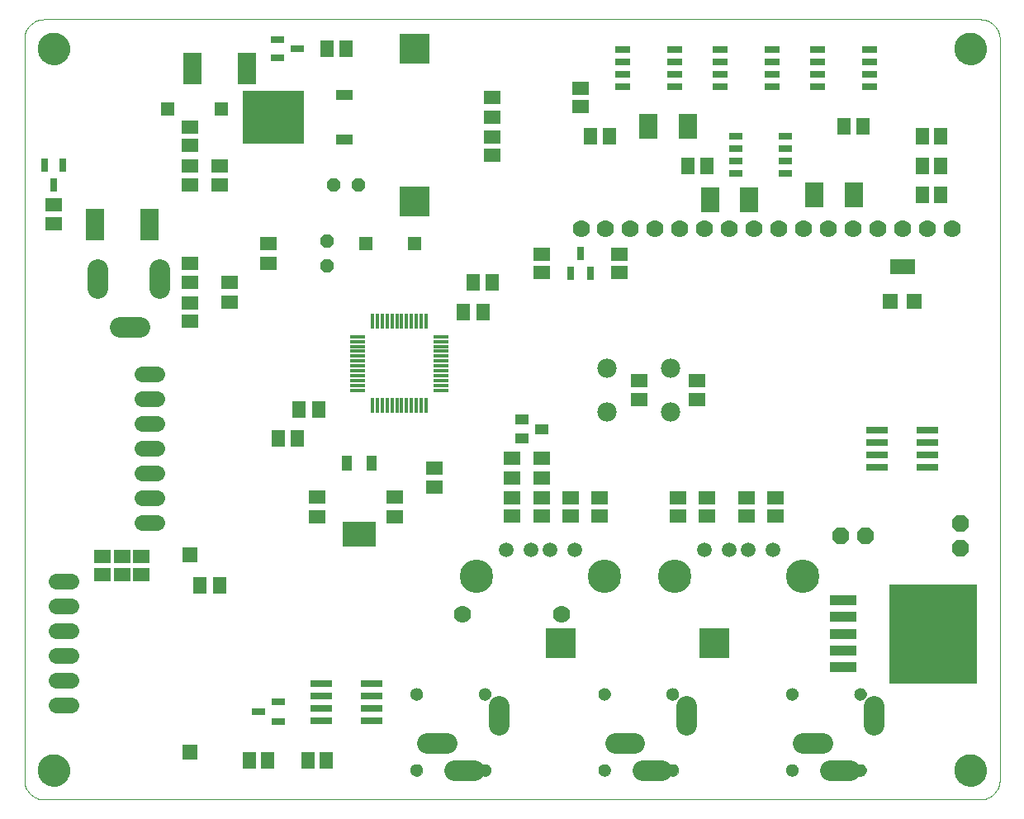
<source format=gts>
G75*
G70*
%OFA0B0*%
%FSLAX24Y24*%
%IPPOS*%
%LPD*%
%AMOC8*
5,1,8,0,0,1.08239X$1,22.5*
%
%ADD10C,0.0000*%
%ADD11C,0.1300*%
%ADD12C,0.0827*%
%ADD13C,0.0512*%
%ADD14C,0.1346*%
%ADD15C,0.0594*%
%ADD16R,0.0555X0.0555*%
%ADD17C,0.0700*%
%ADD18R,0.0138X0.0631*%
%ADD19R,0.0631X0.0138*%
%ADD20R,0.0749X0.1300*%
%ADD21R,0.0552X0.0670*%
%ADD22R,0.0749X0.0985*%
%ADD23OC8,0.0560*%
%ADD24R,0.0670X0.0552*%
%ADD25R,0.1220X0.1190*%
%ADD26R,0.0260X0.0560*%
%ADD27R,0.0560X0.0260*%
%ADD28R,0.0540X0.0290*%
%ADD29R,0.0640X0.0260*%
%ADD30R,0.2481X0.2166*%
%ADD31R,0.0670X0.0434*%
%ADD32R,0.0634X0.0634*%
%ADD33R,0.1379X0.1024*%
%ADD34R,0.0434X0.0631*%
%ADD35C,0.0640*%
%ADD36R,0.1100X0.0440*%
%ADD37R,0.3560X0.4040*%
%ADD38R,0.1190X0.1220*%
%ADD39R,0.0560X0.0430*%
%ADD40OC8,0.0670*%
%ADD41R,0.0906X0.0276*%
%ADD42R,0.0591X0.0591*%
%ADD43R,0.1024X0.0591*%
%ADD44C,0.0780*%
D10*
X005277Y004117D02*
X043073Y004117D01*
X043127Y004119D01*
X043180Y004124D01*
X043233Y004133D01*
X043285Y004146D01*
X043337Y004162D01*
X043387Y004182D01*
X043435Y004205D01*
X043482Y004232D01*
X043527Y004261D01*
X043570Y004294D01*
X043610Y004329D01*
X043648Y004367D01*
X043683Y004407D01*
X043716Y004450D01*
X043745Y004495D01*
X043772Y004542D01*
X043795Y004590D01*
X043815Y004640D01*
X043831Y004692D01*
X043844Y004744D01*
X043853Y004797D01*
X043858Y004850D01*
X043860Y004904D01*
X043860Y034826D01*
X043858Y034880D01*
X043853Y034933D01*
X043844Y034986D01*
X043831Y035038D01*
X043815Y035090D01*
X043795Y035140D01*
X043772Y035188D01*
X043745Y035235D01*
X043716Y035280D01*
X043683Y035323D01*
X043648Y035363D01*
X043610Y035401D01*
X043570Y035436D01*
X043527Y035469D01*
X043482Y035498D01*
X043435Y035525D01*
X043387Y035548D01*
X043337Y035568D01*
X043285Y035584D01*
X043233Y035597D01*
X043180Y035606D01*
X043127Y035611D01*
X043073Y035613D01*
X005277Y035613D01*
X005223Y035611D01*
X005170Y035606D01*
X005117Y035597D01*
X005065Y035584D01*
X005013Y035568D01*
X004963Y035548D01*
X004915Y035525D01*
X004868Y035498D01*
X004823Y035469D01*
X004780Y035436D01*
X004740Y035401D01*
X004702Y035363D01*
X004667Y035323D01*
X004634Y035280D01*
X004605Y035235D01*
X004578Y035188D01*
X004555Y035140D01*
X004535Y035090D01*
X004519Y035038D01*
X004506Y034986D01*
X004497Y034933D01*
X004492Y034880D01*
X004490Y034826D01*
X004490Y004904D01*
X004492Y004850D01*
X004497Y004797D01*
X004506Y004744D01*
X004519Y004692D01*
X004535Y004640D01*
X004555Y004590D01*
X004578Y004542D01*
X004605Y004495D01*
X004634Y004450D01*
X004667Y004407D01*
X004702Y004367D01*
X004740Y004329D01*
X004780Y004294D01*
X004823Y004261D01*
X004868Y004232D01*
X004915Y004205D01*
X004963Y004182D01*
X005013Y004162D01*
X005065Y004146D01*
X005117Y004133D01*
X005170Y004124D01*
X005223Y004119D01*
X005277Y004117D01*
X005041Y005298D02*
X005043Y005348D01*
X005049Y005398D01*
X005059Y005447D01*
X005073Y005495D01*
X005090Y005542D01*
X005111Y005587D01*
X005136Y005631D01*
X005164Y005672D01*
X005196Y005711D01*
X005230Y005748D01*
X005267Y005782D01*
X005307Y005812D01*
X005349Y005839D01*
X005393Y005863D01*
X005439Y005884D01*
X005486Y005900D01*
X005534Y005913D01*
X005584Y005922D01*
X005633Y005927D01*
X005684Y005928D01*
X005734Y005925D01*
X005783Y005918D01*
X005832Y005907D01*
X005880Y005892D01*
X005926Y005874D01*
X005971Y005852D01*
X006014Y005826D01*
X006055Y005797D01*
X006094Y005765D01*
X006130Y005730D01*
X006162Y005692D01*
X006192Y005652D01*
X006219Y005609D01*
X006242Y005565D01*
X006261Y005519D01*
X006277Y005471D01*
X006289Y005422D01*
X006297Y005373D01*
X006301Y005323D01*
X006301Y005273D01*
X006297Y005223D01*
X006289Y005174D01*
X006277Y005125D01*
X006261Y005077D01*
X006242Y005031D01*
X006219Y004987D01*
X006192Y004944D01*
X006162Y004904D01*
X006130Y004866D01*
X006094Y004831D01*
X006055Y004799D01*
X006014Y004770D01*
X005971Y004744D01*
X005926Y004722D01*
X005880Y004704D01*
X005832Y004689D01*
X005783Y004678D01*
X005734Y004671D01*
X005684Y004668D01*
X005633Y004669D01*
X005584Y004674D01*
X005534Y004683D01*
X005486Y004696D01*
X005439Y004712D01*
X005393Y004733D01*
X005349Y004757D01*
X005307Y004784D01*
X005267Y004814D01*
X005230Y004848D01*
X005196Y004885D01*
X005164Y004924D01*
X005136Y004965D01*
X005111Y005009D01*
X005090Y005054D01*
X005073Y005101D01*
X005059Y005149D01*
X005049Y005198D01*
X005043Y005248D01*
X005041Y005298D01*
X020083Y005306D02*
X020085Y005336D01*
X020091Y005366D01*
X020100Y005395D01*
X020113Y005422D01*
X020130Y005447D01*
X020149Y005470D01*
X020172Y005491D01*
X020197Y005508D01*
X020223Y005522D01*
X020252Y005532D01*
X020281Y005539D01*
X020311Y005542D01*
X020342Y005541D01*
X020372Y005536D01*
X020401Y005527D01*
X020428Y005515D01*
X020454Y005500D01*
X020478Y005481D01*
X020499Y005459D01*
X020517Y005435D01*
X020532Y005408D01*
X020543Y005380D01*
X020551Y005351D01*
X020555Y005321D01*
X020555Y005291D01*
X020551Y005261D01*
X020543Y005232D01*
X020532Y005204D01*
X020517Y005177D01*
X020499Y005153D01*
X020478Y005131D01*
X020454Y005112D01*
X020428Y005097D01*
X020401Y005085D01*
X020372Y005076D01*
X020342Y005071D01*
X020311Y005070D01*
X020281Y005073D01*
X020252Y005080D01*
X020223Y005090D01*
X020197Y005104D01*
X020172Y005121D01*
X020149Y005142D01*
X020130Y005165D01*
X020113Y005190D01*
X020100Y005217D01*
X020091Y005246D01*
X020085Y005276D01*
X020083Y005306D01*
X022839Y005306D02*
X022841Y005336D01*
X022847Y005366D01*
X022856Y005395D01*
X022869Y005422D01*
X022886Y005447D01*
X022905Y005470D01*
X022928Y005491D01*
X022953Y005508D01*
X022979Y005522D01*
X023008Y005532D01*
X023037Y005539D01*
X023067Y005542D01*
X023098Y005541D01*
X023128Y005536D01*
X023157Y005527D01*
X023184Y005515D01*
X023210Y005500D01*
X023234Y005481D01*
X023255Y005459D01*
X023273Y005435D01*
X023288Y005408D01*
X023299Y005380D01*
X023307Y005351D01*
X023311Y005321D01*
X023311Y005291D01*
X023307Y005261D01*
X023299Y005232D01*
X023288Y005204D01*
X023273Y005177D01*
X023255Y005153D01*
X023234Y005131D01*
X023210Y005112D01*
X023184Y005097D01*
X023157Y005085D01*
X023128Y005076D01*
X023098Y005071D01*
X023067Y005070D01*
X023037Y005073D01*
X023008Y005080D01*
X022979Y005090D01*
X022953Y005104D01*
X022928Y005121D01*
X022905Y005142D01*
X022886Y005165D01*
X022869Y005190D01*
X022856Y005217D01*
X022847Y005246D01*
X022841Y005276D01*
X022839Y005306D01*
X022839Y008377D02*
X022841Y008407D01*
X022847Y008437D01*
X022856Y008466D01*
X022869Y008493D01*
X022886Y008518D01*
X022905Y008541D01*
X022928Y008562D01*
X022953Y008579D01*
X022979Y008593D01*
X023008Y008603D01*
X023037Y008610D01*
X023067Y008613D01*
X023098Y008612D01*
X023128Y008607D01*
X023157Y008598D01*
X023184Y008586D01*
X023210Y008571D01*
X023234Y008552D01*
X023255Y008530D01*
X023273Y008506D01*
X023288Y008479D01*
X023299Y008451D01*
X023307Y008422D01*
X023311Y008392D01*
X023311Y008362D01*
X023307Y008332D01*
X023299Y008303D01*
X023288Y008275D01*
X023273Y008248D01*
X023255Y008224D01*
X023234Y008202D01*
X023210Y008183D01*
X023184Y008168D01*
X023157Y008156D01*
X023128Y008147D01*
X023098Y008142D01*
X023067Y008141D01*
X023037Y008144D01*
X023008Y008151D01*
X022979Y008161D01*
X022953Y008175D01*
X022928Y008192D01*
X022905Y008213D01*
X022886Y008236D01*
X022869Y008261D01*
X022856Y008288D01*
X022847Y008317D01*
X022841Y008347D01*
X022839Y008377D01*
X020083Y008377D02*
X020085Y008407D01*
X020091Y008437D01*
X020100Y008466D01*
X020113Y008493D01*
X020130Y008518D01*
X020149Y008541D01*
X020172Y008562D01*
X020197Y008579D01*
X020223Y008593D01*
X020252Y008603D01*
X020281Y008610D01*
X020311Y008613D01*
X020342Y008612D01*
X020372Y008607D01*
X020401Y008598D01*
X020428Y008586D01*
X020454Y008571D01*
X020478Y008552D01*
X020499Y008530D01*
X020517Y008506D01*
X020532Y008479D01*
X020543Y008451D01*
X020551Y008422D01*
X020555Y008392D01*
X020555Y008362D01*
X020551Y008332D01*
X020543Y008303D01*
X020532Y008275D01*
X020517Y008248D01*
X020499Y008224D01*
X020478Y008202D01*
X020454Y008183D01*
X020428Y008168D01*
X020401Y008156D01*
X020372Y008147D01*
X020342Y008142D01*
X020311Y008141D01*
X020281Y008144D01*
X020252Y008151D01*
X020223Y008161D01*
X020197Y008175D01*
X020172Y008192D01*
X020149Y008213D01*
X020130Y008236D01*
X020113Y008261D01*
X020100Y008288D01*
X020091Y008317D01*
X020085Y008347D01*
X020083Y008377D01*
X027658Y008377D02*
X027660Y008407D01*
X027666Y008437D01*
X027675Y008466D01*
X027688Y008493D01*
X027705Y008518D01*
X027724Y008541D01*
X027747Y008562D01*
X027772Y008579D01*
X027798Y008593D01*
X027827Y008603D01*
X027856Y008610D01*
X027886Y008613D01*
X027917Y008612D01*
X027947Y008607D01*
X027976Y008598D01*
X028003Y008586D01*
X028029Y008571D01*
X028053Y008552D01*
X028074Y008530D01*
X028092Y008506D01*
X028107Y008479D01*
X028118Y008451D01*
X028126Y008422D01*
X028130Y008392D01*
X028130Y008362D01*
X028126Y008332D01*
X028118Y008303D01*
X028107Y008275D01*
X028092Y008248D01*
X028074Y008224D01*
X028053Y008202D01*
X028029Y008183D01*
X028003Y008168D01*
X027976Y008156D01*
X027947Y008147D01*
X027917Y008142D01*
X027886Y008141D01*
X027856Y008144D01*
X027827Y008151D01*
X027798Y008161D01*
X027772Y008175D01*
X027747Y008192D01*
X027724Y008213D01*
X027705Y008236D01*
X027688Y008261D01*
X027675Y008288D01*
X027666Y008317D01*
X027660Y008347D01*
X027658Y008377D01*
X030413Y008377D02*
X030415Y008407D01*
X030421Y008437D01*
X030430Y008466D01*
X030443Y008493D01*
X030460Y008518D01*
X030479Y008541D01*
X030502Y008562D01*
X030527Y008579D01*
X030553Y008593D01*
X030582Y008603D01*
X030611Y008610D01*
X030641Y008613D01*
X030672Y008612D01*
X030702Y008607D01*
X030731Y008598D01*
X030758Y008586D01*
X030784Y008571D01*
X030808Y008552D01*
X030829Y008530D01*
X030847Y008506D01*
X030862Y008479D01*
X030873Y008451D01*
X030881Y008422D01*
X030885Y008392D01*
X030885Y008362D01*
X030881Y008332D01*
X030873Y008303D01*
X030862Y008275D01*
X030847Y008248D01*
X030829Y008224D01*
X030808Y008202D01*
X030784Y008183D01*
X030758Y008168D01*
X030731Y008156D01*
X030702Y008147D01*
X030672Y008142D01*
X030641Y008141D01*
X030611Y008144D01*
X030582Y008151D01*
X030553Y008161D01*
X030527Y008175D01*
X030502Y008192D01*
X030479Y008213D01*
X030460Y008236D01*
X030443Y008261D01*
X030430Y008288D01*
X030421Y008317D01*
X030415Y008347D01*
X030413Y008377D01*
X030413Y005306D02*
X030415Y005336D01*
X030421Y005366D01*
X030430Y005395D01*
X030443Y005422D01*
X030460Y005447D01*
X030479Y005470D01*
X030502Y005491D01*
X030527Y005508D01*
X030553Y005522D01*
X030582Y005532D01*
X030611Y005539D01*
X030641Y005542D01*
X030672Y005541D01*
X030702Y005536D01*
X030731Y005527D01*
X030758Y005515D01*
X030784Y005500D01*
X030808Y005481D01*
X030829Y005459D01*
X030847Y005435D01*
X030862Y005408D01*
X030873Y005380D01*
X030881Y005351D01*
X030885Y005321D01*
X030885Y005291D01*
X030881Y005261D01*
X030873Y005232D01*
X030862Y005204D01*
X030847Y005177D01*
X030829Y005153D01*
X030808Y005131D01*
X030784Y005112D01*
X030758Y005097D01*
X030731Y005085D01*
X030702Y005076D01*
X030672Y005071D01*
X030641Y005070D01*
X030611Y005073D01*
X030582Y005080D01*
X030553Y005090D01*
X030527Y005104D01*
X030502Y005121D01*
X030479Y005142D01*
X030460Y005165D01*
X030443Y005190D01*
X030430Y005217D01*
X030421Y005246D01*
X030415Y005276D01*
X030413Y005306D01*
X027658Y005306D02*
X027660Y005336D01*
X027666Y005366D01*
X027675Y005395D01*
X027688Y005422D01*
X027705Y005447D01*
X027724Y005470D01*
X027747Y005491D01*
X027772Y005508D01*
X027798Y005522D01*
X027827Y005532D01*
X027856Y005539D01*
X027886Y005542D01*
X027917Y005541D01*
X027947Y005536D01*
X027976Y005527D01*
X028003Y005515D01*
X028029Y005500D01*
X028053Y005481D01*
X028074Y005459D01*
X028092Y005435D01*
X028107Y005408D01*
X028118Y005380D01*
X028126Y005351D01*
X028130Y005321D01*
X028130Y005291D01*
X028126Y005261D01*
X028118Y005232D01*
X028107Y005204D01*
X028092Y005177D01*
X028074Y005153D01*
X028053Y005131D01*
X028029Y005112D01*
X028003Y005097D01*
X027976Y005085D01*
X027947Y005076D01*
X027917Y005071D01*
X027886Y005070D01*
X027856Y005073D01*
X027827Y005080D01*
X027798Y005090D01*
X027772Y005104D01*
X027747Y005121D01*
X027724Y005142D01*
X027705Y005165D01*
X027688Y005190D01*
X027675Y005217D01*
X027666Y005246D01*
X027660Y005276D01*
X027658Y005306D01*
X035232Y005306D02*
X035234Y005336D01*
X035240Y005366D01*
X035249Y005395D01*
X035262Y005422D01*
X035279Y005447D01*
X035298Y005470D01*
X035321Y005491D01*
X035346Y005508D01*
X035372Y005522D01*
X035401Y005532D01*
X035430Y005539D01*
X035460Y005542D01*
X035491Y005541D01*
X035521Y005536D01*
X035550Y005527D01*
X035577Y005515D01*
X035603Y005500D01*
X035627Y005481D01*
X035648Y005459D01*
X035666Y005435D01*
X035681Y005408D01*
X035692Y005380D01*
X035700Y005351D01*
X035704Y005321D01*
X035704Y005291D01*
X035700Y005261D01*
X035692Y005232D01*
X035681Y005204D01*
X035666Y005177D01*
X035648Y005153D01*
X035627Y005131D01*
X035603Y005112D01*
X035577Y005097D01*
X035550Y005085D01*
X035521Y005076D01*
X035491Y005071D01*
X035460Y005070D01*
X035430Y005073D01*
X035401Y005080D01*
X035372Y005090D01*
X035346Y005104D01*
X035321Y005121D01*
X035298Y005142D01*
X035279Y005165D01*
X035262Y005190D01*
X035249Y005217D01*
X035240Y005246D01*
X035234Y005276D01*
X035232Y005306D01*
X037988Y005306D02*
X037990Y005336D01*
X037996Y005366D01*
X038005Y005395D01*
X038018Y005422D01*
X038035Y005447D01*
X038054Y005470D01*
X038077Y005491D01*
X038102Y005508D01*
X038128Y005522D01*
X038157Y005532D01*
X038186Y005539D01*
X038216Y005542D01*
X038247Y005541D01*
X038277Y005536D01*
X038306Y005527D01*
X038333Y005515D01*
X038359Y005500D01*
X038383Y005481D01*
X038404Y005459D01*
X038422Y005435D01*
X038437Y005408D01*
X038448Y005380D01*
X038456Y005351D01*
X038460Y005321D01*
X038460Y005291D01*
X038456Y005261D01*
X038448Y005232D01*
X038437Y005204D01*
X038422Y005177D01*
X038404Y005153D01*
X038383Y005131D01*
X038359Y005112D01*
X038333Y005097D01*
X038306Y005085D01*
X038277Y005076D01*
X038247Y005071D01*
X038216Y005070D01*
X038186Y005073D01*
X038157Y005080D01*
X038128Y005090D01*
X038102Y005104D01*
X038077Y005121D01*
X038054Y005142D01*
X038035Y005165D01*
X038018Y005190D01*
X038005Y005217D01*
X037996Y005246D01*
X037990Y005276D01*
X037988Y005306D01*
X037988Y008377D02*
X037990Y008407D01*
X037996Y008437D01*
X038005Y008466D01*
X038018Y008493D01*
X038035Y008518D01*
X038054Y008541D01*
X038077Y008562D01*
X038102Y008579D01*
X038128Y008593D01*
X038157Y008603D01*
X038186Y008610D01*
X038216Y008613D01*
X038247Y008612D01*
X038277Y008607D01*
X038306Y008598D01*
X038333Y008586D01*
X038359Y008571D01*
X038383Y008552D01*
X038404Y008530D01*
X038422Y008506D01*
X038437Y008479D01*
X038448Y008451D01*
X038456Y008422D01*
X038460Y008392D01*
X038460Y008362D01*
X038456Y008332D01*
X038448Y008303D01*
X038437Y008275D01*
X038422Y008248D01*
X038404Y008224D01*
X038383Y008202D01*
X038359Y008183D01*
X038333Y008168D01*
X038306Y008156D01*
X038277Y008147D01*
X038247Y008142D01*
X038216Y008141D01*
X038186Y008144D01*
X038157Y008151D01*
X038128Y008161D01*
X038102Y008175D01*
X038077Y008192D01*
X038054Y008213D01*
X038035Y008236D01*
X038018Y008261D01*
X038005Y008288D01*
X037996Y008317D01*
X037990Y008347D01*
X037988Y008377D01*
X035232Y008377D02*
X035234Y008407D01*
X035240Y008437D01*
X035249Y008466D01*
X035262Y008493D01*
X035279Y008518D01*
X035298Y008541D01*
X035321Y008562D01*
X035346Y008579D01*
X035372Y008593D01*
X035401Y008603D01*
X035430Y008610D01*
X035460Y008613D01*
X035491Y008612D01*
X035521Y008607D01*
X035550Y008598D01*
X035577Y008586D01*
X035603Y008571D01*
X035627Y008552D01*
X035648Y008530D01*
X035666Y008506D01*
X035681Y008479D01*
X035692Y008451D01*
X035700Y008422D01*
X035704Y008392D01*
X035704Y008362D01*
X035700Y008332D01*
X035692Y008303D01*
X035681Y008275D01*
X035666Y008248D01*
X035648Y008224D01*
X035627Y008202D01*
X035603Y008183D01*
X035577Y008168D01*
X035550Y008156D01*
X035521Y008147D01*
X035491Y008142D01*
X035460Y008141D01*
X035430Y008144D01*
X035401Y008151D01*
X035372Y008161D01*
X035346Y008175D01*
X035321Y008192D01*
X035298Y008213D01*
X035279Y008236D01*
X035262Y008261D01*
X035249Y008288D01*
X035240Y008317D01*
X035234Y008347D01*
X035232Y008377D01*
X042049Y005298D02*
X042051Y005348D01*
X042057Y005398D01*
X042067Y005447D01*
X042081Y005495D01*
X042098Y005542D01*
X042119Y005587D01*
X042144Y005631D01*
X042172Y005672D01*
X042204Y005711D01*
X042238Y005748D01*
X042275Y005782D01*
X042315Y005812D01*
X042357Y005839D01*
X042401Y005863D01*
X042447Y005884D01*
X042494Y005900D01*
X042542Y005913D01*
X042592Y005922D01*
X042641Y005927D01*
X042692Y005928D01*
X042742Y005925D01*
X042791Y005918D01*
X042840Y005907D01*
X042888Y005892D01*
X042934Y005874D01*
X042979Y005852D01*
X043022Y005826D01*
X043063Y005797D01*
X043102Y005765D01*
X043138Y005730D01*
X043170Y005692D01*
X043200Y005652D01*
X043227Y005609D01*
X043250Y005565D01*
X043269Y005519D01*
X043285Y005471D01*
X043297Y005422D01*
X043305Y005373D01*
X043309Y005323D01*
X043309Y005273D01*
X043305Y005223D01*
X043297Y005174D01*
X043285Y005125D01*
X043269Y005077D01*
X043250Y005031D01*
X043227Y004987D01*
X043200Y004944D01*
X043170Y004904D01*
X043138Y004866D01*
X043102Y004831D01*
X043063Y004799D01*
X043022Y004770D01*
X042979Y004744D01*
X042934Y004722D01*
X042888Y004704D01*
X042840Y004689D01*
X042791Y004678D01*
X042742Y004671D01*
X042692Y004668D01*
X042641Y004669D01*
X042592Y004674D01*
X042542Y004683D01*
X042494Y004696D01*
X042447Y004712D01*
X042401Y004733D01*
X042357Y004757D01*
X042315Y004784D01*
X042275Y004814D01*
X042238Y004848D01*
X042204Y004885D01*
X042172Y004924D01*
X042144Y004965D01*
X042119Y005009D01*
X042098Y005054D01*
X042081Y005101D01*
X042067Y005149D01*
X042057Y005198D01*
X042051Y005248D01*
X042049Y005298D01*
X042049Y034432D02*
X042051Y034482D01*
X042057Y034532D01*
X042067Y034581D01*
X042081Y034629D01*
X042098Y034676D01*
X042119Y034721D01*
X042144Y034765D01*
X042172Y034806D01*
X042204Y034845D01*
X042238Y034882D01*
X042275Y034916D01*
X042315Y034946D01*
X042357Y034973D01*
X042401Y034997D01*
X042447Y035018D01*
X042494Y035034D01*
X042542Y035047D01*
X042592Y035056D01*
X042641Y035061D01*
X042692Y035062D01*
X042742Y035059D01*
X042791Y035052D01*
X042840Y035041D01*
X042888Y035026D01*
X042934Y035008D01*
X042979Y034986D01*
X043022Y034960D01*
X043063Y034931D01*
X043102Y034899D01*
X043138Y034864D01*
X043170Y034826D01*
X043200Y034786D01*
X043227Y034743D01*
X043250Y034699D01*
X043269Y034653D01*
X043285Y034605D01*
X043297Y034556D01*
X043305Y034507D01*
X043309Y034457D01*
X043309Y034407D01*
X043305Y034357D01*
X043297Y034308D01*
X043285Y034259D01*
X043269Y034211D01*
X043250Y034165D01*
X043227Y034121D01*
X043200Y034078D01*
X043170Y034038D01*
X043138Y034000D01*
X043102Y033965D01*
X043063Y033933D01*
X043022Y033904D01*
X042979Y033878D01*
X042934Y033856D01*
X042888Y033838D01*
X042840Y033823D01*
X042791Y033812D01*
X042742Y033805D01*
X042692Y033802D01*
X042641Y033803D01*
X042592Y033808D01*
X042542Y033817D01*
X042494Y033830D01*
X042447Y033846D01*
X042401Y033867D01*
X042357Y033891D01*
X042315Y033918D01*
X042275Y033948D01*
X042238Y033982D01*
X042204Y034019D01*
X042172Y034058D01*
X042144Y034099D01*
X042119Y034143D01*
X042098Y034188D01*
X042081Y034235D01*
X042067Y034283D01*
X042057Y034332D01*
X042051Y034382D01*
X042049Y034432D01*
X005041Y034432D02*
X005043Y034482D01*
X005049Y034532D01*
X005059Y034581D01*
X005073Y034629D01*
X005090Y034676D01*
X005111Y034721D01*
X005136Y034765D01*
X005164Y034806D01*
X005196Y034845D01*
X005230Y034882D01*
X005267Y034916D01*
X005307Y034946D01*
X005349Y034973D01*
X005393Y034997D01*
X005439Y035018D01*
X005486Y035034D01*
X005534Y035047D01*
X005584Y035056D01*
X005633Y035061D01*
X005684Y035062D01*
X005734Y035059D01*
X005783Y035052D01*
X005832Y035041D01*
X005880Y035026D01*
X005926Y035008D01*
X005971Y034986D01*
X006014Y034960D01*
X006055Y034931D01*
X006094Y034899D01*
X006130Y034864D01*
X006162Y034826D01*
X006192Y034786D01*
X006219Y034743D01*
X006242Y034699D01*
X006261Y034653D01*
X006277Y034605D01*
X006289Y034556D01*
X006297Y034507D01*
X006301Y034457D01*
X006301Y034407D01*
X006297Y034357D01*
X006289Y034308D01*
X006277Y034259D01*
X006261Y034211D01*
X006242Y034165D01*
X006219Y034121D01*
X006192Y034078D01*
X006162Y034038D01*
X006130Y034000D01*
X006094Y033965D01*
X006055Y033933D01*
X006014Y033904D01*
X005971Y033878D01*
X005926Y033856D01*
X005880Y033838D01*
X005832Y033823D01*
X005783Y033812D01*
X005734Y033805D01*
X005684Y033802D01*
X005633Y033803D01*
X005584Y033808D01*
X005534Y033817D01*
X005486Y033830D01*
X005439Y033846D01*
X005393Y033867D01*
X005349Y033891D01*
X005307Y033918D01*
X005267Y033948D01*
X005230Y033982D01*
X005196Y034019D01*
X005164Y034058D01*
X005136Y034099D01*
X005111Y034143D01*
X005090Y034188D01*
X005073Y034235D01*
X005059Y034283D01*
X005049Y034332D01*
X005043Y034382D01*
X005041Y034432D01*
D11*
X005671Y034432D03*
X042679Y034432D03*
X042679Y005298D03*
X005671Y005298D03*
D12*
X020752Y006408D02*
X021539Y006408D01*
X021854Y005306D02*
X022642Y005306D01*
X023626Y007117D02*
X023626Y007904D01*
X028327Y006408D02*
X029114Y006408D01*
X029429Y005306D02*
X030216Y005306D01*
X031201Y007117D02*
X031201Y007904D01*
X035901Y006408D02*
X036689Y006408D01*
X037004Y005306D02*
X037791Y005306D01*
X038775Y007117D02*
X038775Y007904D01*
X009923Y024755D02*
X009923Y025542D01*
X007443Y025542D02*
X007443Y024755D01*
X008348Y023180D02*
X009136Y023180D01*
D13*
X020319Y008377D03*
X023075Y008377D03*
X023075Y005306D03*
X020319Y005306D03*
X027894Y005306D03*
X030649Y005306D03*
X030649Y008377D03*
X027894Y008377D03*
X035468Y008377D03*
X038224Y008377D03*
X038224Y005306D03*
X035468Y005306D03*
D14*
X035906Y013142D03*
X030733Y013142D03*
X027910Y013142D03*
X022737Y013142D03*
D15*
X023945Y014209D03*
X024930Y014209D03*
X025717Y014209D03*
X026701Y014209D03*
X031941Y014209D03*
X032926Y014209D03*
X033713Y014209D03*
X034697Y014209D03*
D16*
X020238Y026558D03*
X018270Y026558D03*
X012427Y032007D03*
X010262Y032007D03*
D17*
X026966Y027149D03*
X027931Y027149D03*
X028931Y027149D03*
X029931Y027149D03*
X030931Y027149D03*
X031931Y027149D03*
X032931Y027149D03*
X033931Y027149D03*
X034931Y027149D03*
X035931Y027149D03*
X036931Y027149D03*
X037931Y027149D03*
X038931Y027149D03*
X039931Y027149D03*
X040931Y027149D03*
X041931Y027149D03*
X026175Y011597D03*
X022175Y011597D03*
D18*
X020707Y020030D03*
X020510Y020030D03*
X020313Y020030D03*
X020116Y020030D03*
X019919Y020030D03*
X019722Y020030D03*
X019525Y020030D03*
X019329Y020030D03*
X019132Y020030D03*
X018935Y020030D03*
X018738Y020030D03*
X018541Y020030D03*
X018541Y023416D03*
X018738Y023416D03*
X018935Y023416D03*
X019132Y023416D03*
X019329Y023416D03*
X019525Y023416D03*
X019722Y023416D03*
X019919Y023416D03*
X020116Y023416D03*
X020313Y023416D03*
X020510Y023416D03*
X020707Y023416D03*
D19*
X021317Y022806D03*
X021317Y022609D03*
X021317Y022412D03*
X021317Y022215D03*
X021317Y022019D03*
X021317Y021822D03*
X021317Y021625D03*
X021317Y021428D03*
X021317Y021231D03*
X021317Y021034D03*
X021317Y020837D03*
X021317Y020641D03*
X017931Y020641D03*
X017931Y020837D03*
X017931Y021034D03*
X017931Y021231D03*
X017931Y021428D03*
X017931Y021625D03*
X017931Y021822D03*
X017931Y022019D03*
X017931Y022215D03*
X017931Y022412D03*
X017931Y022609D03*
X017931Y022806D03*
D20*
X009529Y027345D03*
X007325Y027345D03*
X011262Y033645D03*
X013466Y033645D03*
D21*
X016714Y034432D03*
X017462Y034432D03*
X027344Y030889D03*
X028092Y030889D03*
X031262Y029708D03*
X032049Y029708D03*
X037561Y031282D03*
X038348Y031282D03*
X040730Y030889D03*
X041478Y030889D03*
X041478Y029708D03*
X040730Y029708D03*
X040730Y028526D03*
X041478Y028526D03*
X023388Y024983D03*
X022600Y024983D03*
X022207Y023802D03*
X022994Y023802D03*
X016376Y019865D03*
X015588Y019865D03*
X015514Y018684D03*
X014726Y018684D03*
X012364Y012778D03*
X011577Y012778D03*
X013565Y005692D03*
X014313Y005692D03*
X015927Y005692D03*
X016675Y005692D03*
D22*
X032157Y028318D03*
X033752Y028318D03*
X036370Y028526D03*
X037964Y028526D03*
X031271Y031282D03*
X029677Y031282D03*
D23*
X017982Y028920D03*
X016982Y028920D03*
X016695Y026664D03*
X016695Y025664D03*
D24*
X014332Y025771D03*
X014332Y026558D03*
X012758Y024983D03*
X012758Y024196D03*
X011183Y024176D03*
X011183Y025003D03*
X011183Y025751D03*
X011183Y023428D03*
X005671Y027365D03*
X005671Y028113D03*
X011183Y028940D03*
X011183Y029688D03*
X011183Y030515D03*
X011183Y031263D03*
X012364Y029708D03*
X012364Y028920D03*
X023388Y030121D03*
X023388Y030869D03*
X023388Y031676D03*
X023388Y032463D03*
X026931Y032089D03*
X026931Y032837D03*
X028506Y026145D03*
X028506Y025397D03*
X025356Y025397D03*
X025356Y026145D03*
X031655Y021046D03*
X031655Y020259D03*
X029293Y020278D03*
X029293Y021026D03*
X025356Y017897D03*
X025356Y017109D03*
X025356Y016302D03*
X025356Y015554D03*
X024175Y015554D03*
X024175Y016302D03*
X024175Y017109D03*
X024175Y017897D03*
X026537Y016302D03*
X026537Y015554D03*
X027718Y015554D03*
X027718Y016302D03*
X030868Y016302D03*
X030868Y015554D03*
X032049Y015554D03*
X032049Y016302D03*
X033624Y016302D03*
X033624Y015554D03*
X034805Y015554D03*
X034805Y016302D03*
X021025Y016735D03*
X021025Y017483D03*
X019451Y016322D03*
X019451Y015534D03*
X016301Y015534D03*
X016301Y016322D03*
X009214Y013940D03*
X008427Y013940D03*
X007640Y013940D03*
X007640Y013192D03*
X008427Y013192D03*
X009214Y013192D03*
D25*
X020238Y028252D03*
X020238Y034432D03*
D26*
X026931Y026171D03*
X027331Y025371D03*
X026531Y025371D03*
X006031Y029714D03*
X005311Y029714D03*
X005671Y028914D03*
D27*
X014720Y034072D03*
X014720Y034792D03*
X015520Y034432D03*
X014732Y008060D03*
X014732Y007260D03*
X013932Y007660D03*
D28*
X033199Y029389D03*
X033199Y029889D03*
X033199Y030389D03*
X033199Y030889D03*
X035199Y030889D03*
X035199Y030389D03*
X035199Y029889D03*
X035199Y029389D03*
D29*
X034664Y032895D03*
X034664Y033395D03*
X034664Y033895D03*
X034664Y034395D03*
X036521Y034395D03*
X036521Y033895D03*
X036521Y033395D03*
X036521Y032895D03*
X038601Y032895D03*
X038601Y033395D03*
X038601Y033895D03*
X038601Y034395D03*
X032584Y034395D03*
X032584Y033895D03*
X032584Y033395D03*
X032584Y032895D03*
X030727Y032895D03*
X030727Y033395D03*
X030727Y033895D03*
X030727Y034395D03*
X028647Y034395D03*
X028647Y033895D03*
X028647Y033395D03*
X028647Y032895D03*
D30*
X014529Y031676D03*
D31*
X017403Y030778D03*
X017403Y032574D03*
D32*
X011183Y014009D03*
X011183Y006036D03*
D33*
X017994Y014845D03*
D34*
X018494Y017680D03*
X017494Y017680D03*
D35*
X009833Y017290D02*
X009233Y017290D01*
X009233Y016290D02*
X009833Y016290D01*
X009833Y015290D02*
X009233Y015290D01*
X006365Y012916D02*
X005765Y012916D01*
X005765Y011916D02*
X006365Y011916D01*
X006365Y010916D02*
X005765Y010916D01*
X005765Y009916D02*
X006365Y009916D01*
X006365Y008916D02*
X005765Y008916D01*
X005765Y007916D02*
X006365Y007916D01*
X009233Y018290D02*
X009833Y018290D01*
X009833Y019290D02*
X009233Y019290D01*
X009233Y020290D02*
X009833Y020290D01*
X009833Y021290D02*
X009233Y021290D01*
D36*
X037544Y012150D03*
X037544Y011480D03*
X037544Y010810D03*
X037544Y010140D03*
X037544Y009470D03*
D37*
X041164Y010810D03*
D38*
X032324Y010416D03*
X026144Y010416D03*
D39*
X024562Y018708D03*
X024562Y019448D03*
X025362Y019078D03*
D40*
X037455Y014747D03*
X038455Y014747D03*
X042285Y015247D03*
X042285Y014247D03*
D41*
X040947Y017540D03*
X040947Y018040D03*
X040947Y018540D03*
X040947Y019040D03*
X038899Y019040D03*
X038899Y018540D03*
X038899Y018040D03*
X038899Y017540D03*
X018506Y008804D03*
X018506Y008304D03*
X018506Y007804D03*
X018506Y007304D03*
X016458Y007304D03*
X016458Y007804D03*
X016458Y008304D03*
X016458Y008804D03*
D42*
X039431Y024235D03*
X040415Y024235D03*
D43*
X039923Y025613D03*
D44*
X030573Y021542D03*
X030573Y019762D03*
X028013Y019762D03*
X028013Y021542D03*
M02*

</source>
